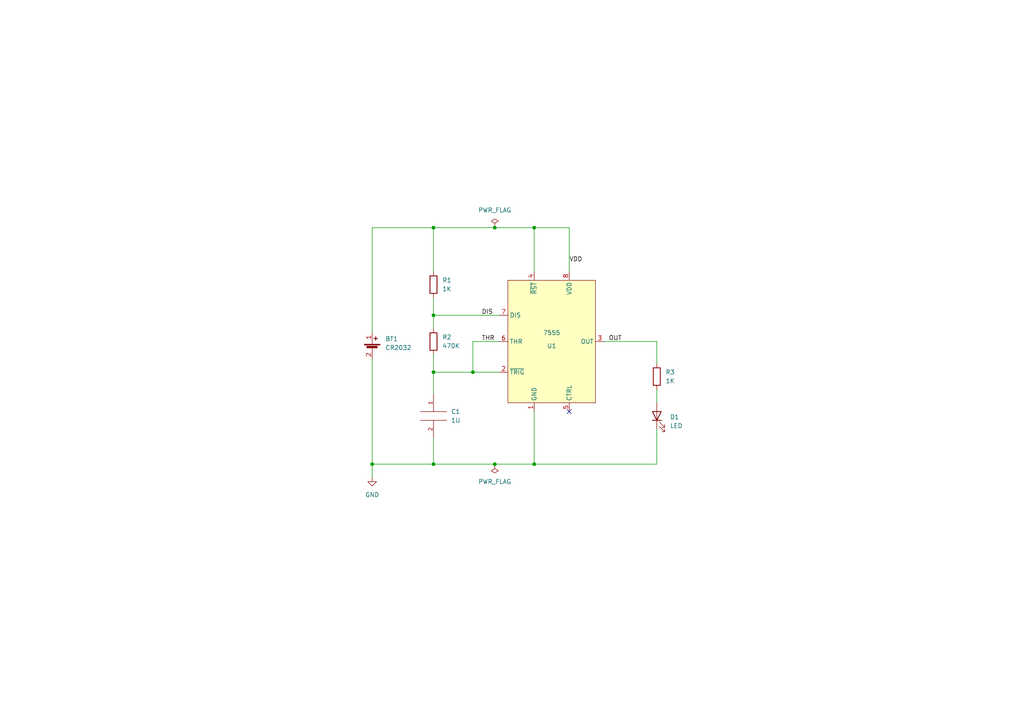
<source format=kicad_sch>
(kicad_sch (version 20211123) (generator eeschema)

  (uuid 503025eb-0d97-4cd9-9dcd-c73fd850fc73)

  (paper "A4")

  (lib_symbols
    (symbol "Device:Battery_Cell" (pin_names (offset 0) hide) (in_bom yes) (on_board yes)
      (property "Reference" "BT" (id 0) (at 2.54 2.54 0)
        (effects (font (size 1.27 1.27)) (justify left))
      )
      (property "Value" "Battery_Cell" (id 1) (at 2.54 0 0)
        (effects (font (size 1.27 1.27)) (justify left))
      )
      (property "Footprint" "" (id 2) (at 0 1.524 90)
        (effects (font (size 1.27 1.27)) hide)
      )
      (property "Datasheet" "~" (id 3) (at 0 1.524 90)
        (effects (font (size 1.27 1.27)) hide)
      )
      (property "ki_keywords" "battery cell" (id 4) (at 0 0 0)
        (effects (font (size 1.27 1.27)) hide)
      )
      (property "ki_description" "Single-cell battery" (id 5) (at 0 0 0)
        (effects (font (size 1.27 1.27)) hide)
      )
      (symbol "Battery_Cell_0_1"
        (rectangle (start -2.286 1.778) (end 2.286 1.524)
          (stroke (width 0) (type default) (color 0 0 0 0))
          (fill (type outline))
        )
        (rectangle (start -1.5748 1.1938) (end 1.4732 0.6858)
          (stroke (width 0) (type default) (color 0 0 0 0))
          (fill (type outline))
        )
        (polyline
          (pts
            (xy 0 0.762)
            (xy 0 0)
          )
          (stroke (width 0) (type default) (color 0 0 0 0))
          (fill (type none))
        )
        (polyline
          (pts
            (xy 0 1.778)
            (xy 0 2.54)
          )
          (stroke (width 0) (type default) (color 0 0 0 0))
          (fill (type none))
        )
        (polyline
          (pts
            (xy 0.508 3.429)
            (xy 1.524 3.429)
          )
          (stroke (width 0.254) (type default) (color 0 0 0 0))
          (fill (type none))
        )
        (polyline
          (pts
            (xy 1.016 3.937)
            (xy 1.016 2.921)
          )
          (stroke (width 0.254) (type default) (color 0 0 0 0))
          (fill (type none))
        )
      )
      (symbol "Battery_Cell_1_1"
        (pin passive line (at 0 5.08 270) (length 2.54)
          (name "+" (effects (font (size 1.27 1.27))))
          (number "1" (effects (font (size 1.27 1.27))))
        )
        (pin passive line (at 0 -2.54 90) (length 2.54)
          (name "-" (effects (font (size 1.27 1.27))))
          (number "2" (effects (font (size 1.27 1.27))))
        )
      )
    )
    (symbol "Device:LED" (pin_numbers hide) (pin_names (offset 1.016) hide) (in_bom yes) (on_board yes)
      (property "Reference" "D" (id 0) (at 0 2.54 0)
        (effects (font (size 1.27 1.27)))
      )
      (property "Value" "LED" (id 1) (at 0 -2.54 0)
        (effects (font (size 1.27 1.27)))
      )
      (property "Footprint" "" (id 2) (at 0 0 0)
        (effects (font (size 1.27 1.27)) hide)
      )
      (property "Datasheet" "~" (id 3) (at 0 0 0)
        (effects (font (size 1.27 1.27)) hide)
      )
      (property "ki_keywords" "LED diode" (id 4) (at 0 0 0)
        (effects (font (size 1.27 1.27)) hide)
      )
      (property "ki_description" "Light emitting diode" (id 5) (at 0 0 0)
        (effects (font (size 1.27 1.27)) hide)
      )
      (property "ki_fp_filters" "LED* LED_SMD:* LED_THT:*" (id 6) (at 0 0 0)
        (effects (font (size 1.27 1.27)) hide)
      )
      (symbol "LED_0_1"
        (polyline
          (pts
            (xy -1.27 -1.27)
            (xy -1.27 1.27)
          )
          (stroke (width 0.254) (type default) (color 0 0 0 0))
          (fill (type none))
        )
        (polyline
          (pts
            (xy -1.27 0)
            (xy 1.27 0)
          )
          (stroke (width 0) (type default) (color 0 0 0 0))
          (fill (type none))
        )
        (polyline
          (pts
            (xy 1.27 -1.27)
            (xy 1.27 1.27)
            (xy -1.27 0)
            (xy 1.27 -1.27)
          )
          (stroke (width 0.254) (type default) (color 0 0 0 0))
          (fill (type none))
        )
        (polyline
          (pts
            (xy -3.048 -0.762)
            (xy -4.572 -2.286)
            (xy -3.81 -2.286)
            (xy -4.572 -2.286)
            (xy -4.572 -1.524)
          )
          (stroke (width 0) (type default) (color 0 0 0 0))
          (fill (type none))
        )
        (polyline
          (pts
            (xy -1.778 -0.762)
            (xy -3.302 -2.286)
            (xy -2.54 -2.286)
            (xy -3.302 -2.286)
            (xy -3.302 -1.524)
          )
          (stroke (width 0) (type default) (color 0 0 0 0))
          (fill (type none))
        )
      )
      (symbol "LED_1_1"
        (pin passive line (at -3.81 0 0) (length 2.54)
          (name "K" (effects (font (size 1.27 1.27))))
          (number "1" (effects (font (size 1.27 1.27))))
        )
        (pin passive line (at 3.81 0 180) (length 2.54)
          (name "A" (effects (font (size 1.27 1.27))))
          (number "2" (effects (font (size 1.27 1.27))))
        )
      )
    )
    (symbol "Device:R" (pin_numbers hide) (pin_names (offset 0)) (in_bom yes) (on_board yes)
      (property "Reference" "R" (id 0) (at 2.032 0 90)
        (effects (font (size 1.27 1.27)))
      )
      (property "Value" "R" (id 1) (at 0 0 90)
        (effects (font (size 1.27 1.27)))
      )
      (property "Footprint" "" (id 2) (at -1.778 0 90)
        (effects (font (size 1.27 1.27)) hide)
      )
      (property "Datasheet" "~" (id 3) (at 0 0 0)
        (effects (font (size 1.27 1.27)) hide)
      )
      (property "ki_keywords" "R res resistor" (id 4) (at 0 0 0)
        (effects (font (size 1.27 1.27)) hide)
      )
      (property "ki_description" "Resistor" (id 5) (at 0 0 0)
        (effects (font (size 1.27 1.27)) hide)
      )
      (property "ki_fp_filters" "R_*" (id 6) (at 0 0 0)
        (effects (font (size 1.27 1.27)) hide)
      )
      (symbol "R_0_1"
        (rectangle (start -1.016 -2.54) (end 1.016 2.54)
          (stroke (width 0.254) (type default) (color 0 0 0 0))
          (fill (type none))
        )
      )
      (symbol "R_1_1"
        (pin passive line (at 0 3.81 270) (length 1.27)
          (name "~" (effects (font (size 1.27 1.27))))
          (number "1" (effects (font (size 1.27 1.27))))
        )
        (pin passive line (at 0 -3.81 90) (length 1.27)
          (name "~" (effects (font (size 1.27 1.27))))
          (number "2" (effects (font (size 1.27 1.27))))
        )
      )
    )
    (symbol "GTB5:7555" (in_bom yes) (on_board yes)
      (property "Reference" "U" (id 0) (at 0 0 0)
        (effects (font (size 1.27 1.27)))
      )
      (property "Value" "7555" (id 1) (at 0 2.54 0)
        (effects (font (size 1.27 1.27)))
      )
      (property "Footprint" "" (id 2) (at 0 0 0)
        (effects (font (size 1.27 1.27)) hide)
      )
      (property "Datasheet" "" (id 3) (at 0 0 0)
        (effects (font (size 1.27 1.27)) hide)
      )
      (symbol "7555_0_1"
        (rectangle (start -12.7 17.78) (end 12.7 -17.78)
          (stroke (width 0) (type default) (color 0 0 0 0))
          (fill (type background))
        )
      )
      (symbol "7555_1_1"
        (pin power_in line (at -5.08 -20.32 90) (length 2.54)
          (name "GND" (effects (font (size 1.27 1.27))))
          (number "1" (effects (font (size 1.27 1.27))))
        )
        (pin input line (at -15.24 -8.89 0) (length 2.54)
          (name "~{TRIG}" (effects (font (size 1.27 1.27))))
          (number "2" (effects (font (size 1.27 1.27))))
        )
        (pin output line (at 15.24 0 180) (length 2.54)
          (name "OUT" (effects (font (size 1.27 1.27))))
          (number "3" (effects (font (size 1.27 1.27))))
        )
        (pin input line (at -5.08 20.32 270) (length 2.54)
          (name "~{RST}" (effects (font (size 1.27 1.27))))
          (number "4" (effects (font (size 1.27 1.27))))
        )
        (pin input line (at 5.08 -20.32 90) (length 2.54)
          (name "CTRL" (effects (font (size 1.27 1.27))))
          (number "5" (effects (font (size 1.27 1.27))))
        )
        (pin input line (at -15.24 0 0) (length 2.54)
          (name "THR" (effects (font (size 1.27 1.27))))
          (number "6" (effects (font (size 1.27 1.27))))
        )
        (pin input line (at -15.24 7.62 0) (length 2.54)
          (name "DIS" (effects (font (size 1.27 1.27))))
          (number "7" (effects (font (size 1.27 1.27))))
        )
        (pin power_in line (at 5.08 20.32 270) (length 2.54)
          (name "VDD" (effects (font (size 1.27 1.27))))
          (number "8" (effects (font (size 1.27 1.27))))
        )
      )
    )
    (symbol "power:GND" (power) (pin_names (offset 0)) (in_bom yes) (on_board yes)
      (property "Reference" "#PWR" (id 0) (at 0 -6.35 0)
        (effects (font (size 1.27 1.27)) hide)
      )
      (property "Value" "GND" (id 1) (at 0 -3.81 0)
        (effects (font (size 1.27 1.27)))
      )
      (property "Footprint" "" (id 2) (at 0 0 0)
        (effects (font (size 1.27 1.27)) hide)
      )
      (property "Datasheet" "" (id 3) (at 0 0 0)
        (effects (font (size 1.27 1.27)) hide)
      )
      (property "ki_keywords" "power-flag" (id 4) (at 0 0 0)
        (effects (font (size 1.27 1.27)) hide)
      )
      (property "ki_description" "Power symbol creates a global label with name \"GND\" , ground" (id 5) (at 0 0 0)
        (effects (font (size 1.27 1.27)) hide)
      )
      (symbol "GND_0_1"
        (polyline
          (pts
            (xy 0 0)
            (xy 0 -1.27)
            (xy 1.27 -1.27)
            (xy 0 -2.54)
            (xy -1.27 -1.27)
            (xy 0 -1.27)
          )
          (stroke (width 0) (type default) (color 0 0 0 0))
          (fill (type none))
        )
      )
      (symbol "GND_1_1"
        (pin power_in line (at 0 0 270) (length 0) hide
          (name "GND" (effects (font (size 1.27 1.27))))
          (number "1" (effects (font (size 1.27 1.27))))
        )
      )
    )
    (symbol "power:PWR_FLAG" (power) (pin_numbers hide) (pin_names (offset 0) hide) (in_bom yes) (on_board yes)
      (property "Reference" "#FLG" (id 0) (at 0 1.905 0)
        (effects (font (size 1.27 1.27)) hide)
      )
      (property "Value" "PWR_FLAG" (id 1) (at 0 3.81 0)
        (effects (font (size 1.27 1.27)))
      )
      (property "Footprint" "" (id 2) (at 0 0 0)
        (effects (font (size 1.27 1.27)) hide)
      )
      (property "Datasheet" "~" (id 3) (at 0 0 0)
        (effects (font (size 1.27 1.27)) hide)
      )
      (property "ki_keywords" "power-flag" (id 4) (at 0 0 0)
        (effects (font (size 1.27 1.27)) hide)
      )
      (property "ki_description" "Special symbol for telling ERC where power comes from" (id 5) (at 0 0 0)
        (effects (font (size 1.27 1.27)) hide)
      )
      (symbol "PWR_FLAG_0_0"
        (pin power_out line (at 0 0 90) (length 0)
          (name "pwr" (effects (font (size 1.27 1.27))))
          (number "1" (effects (font (size 1.27 1.27))))
        )
      )
      (symbol "PWR_FLAG_0_1"
        (polyline
          (pts
            (xy 0 0)
            (xy 0 1.27)
            (xy -1.016 1.905)
            (xy 0 2.54)
            (xy 1.016 1.905)
            (xy 0 1.27)
          )
          (stroke (width 0) (type default) (color 0 0 0 0))
          (fill (type none))
        )
      )
    )
    (symbol "pspice:C" (pin_names (offset 0.254)) (in_bom yes) (on_board yes)
      (property "Reference" "C" (id 0) (at 2.54 3.81 90)
        (effects (font (size 1.27 1.27)))
      )
      (property "Value" "C" (id 1) (at 2.54 -3.81 90)
        (effects (font (size 1.27 1.27)))
      )
      (property "Footprint" "" (id 2) (at 0 0 0)
        (effects (font (size 1.27 1.27)) hide)
      )
      (property "Datasheet" "~" (id 3) (at 0 0 0)
        (effects (font (size 1.27 1.27)) hide)
      )
      (property "ki_keywords" "simulation" (id 4) (at 0 0 0)
        (effects (font (size 1.27 1.27)) hide)
      )
      (property "ki_description" "Capacitor symbol for simulation only" (id 5) (at 0 0 0)
        (effects (font (size 1.27 1.27)) hide)
      )
      (symbol "C_0_1"
        (polyline
          (pts
            (xy -3.81 -1.27)
            (xy 3.81 -1.27)
          )
          (stroke (width 0) (type default) (color 0 0 0 0))
          (fill (type none))
        )
        (polyline
          (pts
            (xy -3.81 1.27)
            (xy 3.81 1.27)
          )
          (stroke (width 0) (type default) (color 0 0 0 0))
          (fill (type none))
        )
      )
      (symbol "C_1_1"
        (pin passive line (at 0 6.35 270) (length 5.08)
          (name "~" (effects (font (size 1.016 1.016))))
          (number "1" (effects (font (size 1.016 1.016))))
        )
        (pin passive line (at 0 -6.35 90) (length 5.08)
          (name "~" (effects (font (size 1.016 1.016))))
          (number "2" (effects (font (size 1.016 1.016))))
        )
      )
    )
  )


  (junction (at 143.51 134.62) (diameter 0) (color 0 0 0 0)
    (uuid 00348088-680f-4853-84da-33ee2334c1fe)
  )
  (junction (at 125.73 91.44) (diameter 0) (color 0 0 0 0)
    (uuid 07deeab4-8e77-4d91-b978-9942e81c1459)
  )
  (junction (at 125.73 66.04) (diameter 0) (color 0 0 0 0)
    (uuid 0b1011f9-9fc2-4efe-af45-c12985423eba)
  )
  (junction (at 154.94 134.62) (diameter 0) (color 0 0 0 0)
    (uuid 0c13e1a0-baaf-446c-9035-2dbaf8b9699e)
  )
  (junction (at 125.73 107.95) (diameter 0) (color 0 0 0 0)
    (uuid 5a1b04b9-abf8-4d1c-b340-4a5fe9bc18fb)
  )
  (junction (at 137.16 107.95) (diameter 0) (color 0 0 0 0)
    (uuid af1c82b1-b56d-4937-99c9-e9261476e24c)
  )
  (junction (at 107.95 134.62) (diameter 0) (color 0 0 0 0)
    (uuid c0b7de3b-eb86-4243-9064-6dc42a53c715)
  )
  (junction (at 143.51 66.04) (diameter 0) (color 0 0 0 0)
    (uuid dce07b84-d98e-4178-804a-699c51571323)
  )
  (junction (at 154.94 66.04) (diameter 0) (color 0 0 0 0)
    (uuid e1913ef5-b8f5-431f-8ae5-cab83bc776a8)
  )
  (junction (at 125.73 134.62) (diameter 0) (color 0 0 0 0)
    (uuid e4f86102-950a-4ff0-9ce5-acc6a81d9a86)
  )

  (no_connect (at 165.1 119.38) (uuid 2c309dbe-c4b0-4196-b96d-d4fef7a7d071))

  (wire (pts (xy 107.95 134.62) (xy 125.73 134.62))
    (stroke (width 0) (type default) (color 0 0 0 0))
    (uuid 05dcb76b-e8bc-4884-a66f-584f509c79ed)
  )
  (wire (pts (xy 125.73 107.95) (xy 125.73 114.3))
    (stroke (width 0) (type default) (color 0 0 0 0))
    (uuid 0dbbf8a1-4fb3-45e5-9508-4cd620ad3428)
  )
  (wire (pts (xy 144.78 99.06) (xy 137.16 99.06))
    (stroke (width 0) (type default) (color 0 0 0 0))
    (uuid 17676476-20e4-4345-95b9-3ef2fe9de1a9)
  )
  (wire (pts (xy 143.51 134.62) (xy 154.94 134.62))
    (stroke (width 0) (type default) (color 0 0 0 0))
    (uuid 1b3d5cad-629e-4c42-87e7-0cb6118252ac)
  )
  (wire (pts (xy 125.73 102.87) (xy 125.73 107.95))
    (stroke (width 0) (type default) (color 0 0 0 0))
    (uuid 1f5bd0cd-d9cf-4a01-a0a5-69c02bcb60b2)
  )
  (wire (pts (xy 190.5 113.03) (xy 190.5 116.84))
    (stroke (width 0) (type default) (color 0 0 0 0))
    (uuid 24f687e5-5a8a-4df9-bf19-9832beced8d9)
  )
  (wire (pts (xy 154.94 119.38) (xy 154.94 134.62))
    (stroke (width 0) (type default) (color 0 0 0 0))
    (uuid 25bff84d-0da8-48d6-a153-73e5e3fd010e)
  )
  (wire (pts (xy 154.94 66.04) (xy 165.1 66.04))
    (stroke (width 0) (type default) (color 0 0 0 0))
    (uuid 26f10eb6-6146-4a4a-b822-210168e8e82f)
  )
  (wire (pts (xy 125.73 107.95) (xy 137.16 107.95))
    (stroke (width 0) (type default) (color 0 0 0 0))
    (uuid 2824478d-ab16-459e-82f7-d68a6d0a02e4)
  )
  (wire (pts (xy 165.1 66.04) (xy 165.1 78.74))
    (stroke (width 0) (type default) (color 0 0 0 0))
    (uuid 4bcd225f-ba57-4055-919c-23ece24b0473)
  )
  (wire (pts (xy 143.51 66.04) (xy 154.94 66.04))
    (stroke (width 0) (type default) (color 0 0 0 0))
    (uuid 4d7e671b-2da9-4bdb-9cfc-21dc4e8c0a3f)
  )
  (wire (pts (xy 125.73 66.04) (xy 125.73 78.74))
    (stroke (width 0) (type default) (color 0 0 0 0))
    (uuid 59110be3-1e2a-4729-8335-2eab29442342)
  )
  (wire (pts (xy 137.16 107.95) (xy 144.78 107.95))
    (stroke (width 0) (type default) (color 0 0 0 0))
    (uuid 66385731-517c-49e2-9df2-6385f8c7808e)
  )
  (wire (pts (xy 125.73 86.36) (xy 125.73 91.44))
    (stroke (width 0) (type default) (color 0 0 0 0))
    (uuid 676239b6-93aa-48db-83a1-3ac4bfc4b625)
  )
  (wire (pts (xy 125.73 134.62) (xy 143.51 134.62))
    (stroke (width 0) (type default) (color 0 0 0 0))
    (uuid 71b6412b-2616-4fa2-b6d2-8f0b7718f280)
  )
  (wire (pts (xy 154.94 66.04) (xy 154.94 78.74))
    (stroke (width 0) (type default) (color 0 0 0 0))
    (uuid 7ce0d7f0-2e13-4b80-95c2-bc2b1a8c9605)
  )
  (wire (pts (xy 125.73 91.44) (xy 144.78 91.44))
    (stroke (width 0) (type default) (color 0 0 0 0))
    (uuid 8fe13674-9c6b-4d04-93e0-57b503af946c)
  )
  (wire (pts (xy 107.95 104.14) (xy 107.95 134.62))
    (stroke (width 0) (type default) (color 0 0 0 0))
    (uuid a4ae679d-1cac-4f47-9f4f-a2947ca6a9ca)
  )
  (wire (pts (xy 137.16 99.06) (xy 137.16 107.95))
    (stroke (width 0) (type default) (color 0 0 0 0))
    (uuid a8d39172-92c6-4ecd-8c39-721e16fc0d55)
  )
  (wire (pts (xy 190.5 124.46) (xy 190.5 134.62))
    (stroke (width 0) (type default) (color 0 0 0 0))
    (uuid ab0fd11b-5511-4f34-80af-26c1ed6ab75a)
  )
  (wire (pts (xy 154.94 134.62) (xy 190.5 134.62))
    (stroke (width 0) (type default) (color 0 0 0 0))
    (uuid b1ea06c4-08d9-4293-a152-cc760b2d3521)
  )
  (wire (pts (xy 190.5 99.06) (xy 190.5 105.41))
    (stroke (width 0) (type default) (color 0 0 0 0))
    (uuid c818ff9e-f451-4932-a4db-42bc9cb37add)
  )
  (wire (pts (xy 107.95 134.62) (xy 107.95 138.43))
    (stroke (width 0) (type default) (color 0 0 0 0))
    (uuid cce28ff9-558d-4464-8c2f-db59d36c4aff)
  )
  (wire (pts (xy 107.95 66.04) (xy 125.73 66.04))
    (stroke (width 0) (type default) (color 0 0 0 0))
    (uuid cd3afc22-ba49-447a-8bff-0e0fef41de8d)
  )
  (wire (pts (xy 107.95 96.52) (xy 107.95 66.04))
    (stroke (width 0) (type default) (color 0 0 0 0))
    (uuid cf4aaa76-9ea9-43c4-9340-1f21c9c41d46)
  )
  (wire (pts (xy 175.26 99.06) (xy 190.5 99.06))
    (stroke (width 0) (type default) (color 0 0 0 0))
    (uuid d4a2fbe2-6e53-4f9a-a78f-16439337c900)
  )
  (wire (pts (xy 125.73 127) (xy 125.73 134.62))
    (stroke (width 0) (type default) (color 0 0 0 0))
    (uuid db006763-6585-4d17-8e3a-96576f8acd11)
  )
  (wire (pts (xy 125.73 91.44) (xy 125.73 95.25))
    (stroke (width 0) (type default) (color 0 0 0 0))
    (uuid e1c65d91-d5c8-4c33-bb6e-3d187ac37fd9)
  )
  (wire (pts (xy 125.73 66.04) (xy 143.51 66.04))
    (stroke (width 0) (type default) (color 0 0 0 0))
    (uuid f14270c0-2984-47ed-837f-4cb2f070ea40)
  )

  (label "VDD" (at 165.1 76.2 0)
    (effects (font (size 1.27 1.27)) (justify left bottom))
    (uuid 47beca76-4bc8-478d-94cd-6063b236a5ec)
  )
  (label "THR" (at 139.7 99.06 0)
    (effects (font (size 1.27 1.27)) (justify left bottom))
    (uuid c26e0c4c-efe6-4f5e-80f9-326fbd92b8dd)
  )
  (label "OUT" (at 176.53 99.06 0)
    (effects (font (size 1.27 1.27)) (justify left bottom))
    (uuid e06fe675-4891-49b9-b3af-2d5708c2d1bc)
  )
  (label "DIS" (at 139.7 91.44 0)
    (effects (font (size 1.27 1.27)) (justify left bottom))
    (uuid e633b61a-0bf2-4d1f-aad2-22055718ac4c)
  )

  (symbol (lib_id "power:GND") (at 107.95 138.43 0) (unit 1)
    (in_bom yes) (on_board yes) (fields_autoplaced)
    (uuid 332e6025-b841-493d-823d-8bc4662c56c1)
    (property "Reference" "#PWR0101" (id 0) (at 107.95 144.78 0)
      (effects (font (size 1.27 1.27)) hide)
    )
    (property "Value" "GND" (id 1) (at 107.95 143.51 0))
    (property "Footprint" "" (id 2) (at 107.95 138.43 0)
      (effects (font (size 1.27 1.27)) hide)
    )
    (property "Datasheet" "" (id 3) (at 107.95 138.43 0)
      (effects (font (size 1.27 1.27)) hide)
    )
    (pin "1" (uuid b5f7fd24-4641-4dc4-a037-bffd547c4d96))
  )

  (symbol (lib_id "Device:R") (at 190.5 109.22 0) (unit 1)
    (in_bom yes) (on_board yes) (fields_autoplaced)
    (uuid 33e1c432-0258-4b6d-8b47-1b65b497d934)
    (property "Reference" "R3" (id 0) (at 193.04 107.9499 0)
      (effects (font (size 1.27 1.27)) (justify left))
    )
    (property "Value" "1K" (id 1) (at 193.04 110.4899 0)
      (effects (font (size 1.27 1.27)) (justify left))
    )
    (property "Footprint" "Resistor_SMD:R_0805_2012Metric_Pad1.20x1.40mm_HandSolder" (id 2) (at 188.722 109.22 90)
      (effects (font (size 1.27 1.27)) hide)
    )
    (property "Datasheet" "~" (id 3) (at 190.5 109.22 0)
      (effects (font (size 1.27 1.27)) hide)
    )
    (pin "1" (uuid 8fff4854-feca-4d9e-9e80-1bc5510349cb))
    (pin "2" (uuid 73f914d8-90f0-4882-8299-973b829a785a))
  )

  (symbol (lib_id "Device:R") (at 125.73 82.55 0) (unit 1)
    (in_bom yes) (on_board yes) (fields_autoplaced)
    (uuid 53d42718-bd9a-42fc-8666-36e27f8e48ff)
    (property "Reference" "R1" (id 0) (at 128.27 81.2799 0)
      (effects (font (size 1.27 1.27)) (justify left))
    )
    (property "Value" "1K" (id 1) (at 128.27 83.8199 0)
      (effects (font (size 1.27 1.27)) (justify left))
    )
    (property "Footprint" "Resistor_SMD:R_0805_2012Metric_Pad1.20x1.40mm_HandSolder" (id 2) (at 123.952 82.55 90)
      (effects (font (size 1.27 1.27)) hide)
    )
    (property "Datasheet" "~" (id 3) (at 125.73 82.55 0)
      (effects (font (size 1.27 1.27)) hide)
    )
    (pin "1" (uuid 11467a0e-4735-41be-9205-58945fe25035))
    (pin "2" (uuid 7c3a11e6-9396-424f-adca-ce8b7c802cae))
  )

  (symbol (lib_id "power:PWR_FLAG") (at 143.51 134.62 180) (unit 1)
    (in_bom yes) (on_board yes) (fields_autoplaced)
    (uuid 61e7c3ea-1893-4393-bd39-74056c73b123)
    (property "Reference" "#FLG0101" (id 0) (at 143.51 136.525 0)
      (effects (font (size 1.27 1.27)) hide)
    )
    (property "Value" "PWR_FLAG" (id 1) (at 143.51 139.7 0))
    (property "Footprint" "" (id 2) (at 143.51 134.62 0)
      (effects (font (size 1.27 1.27)) hide)
    )
    (property "Datasheet" "~" (id 3) (at 143.51 134.62 0)
      (effects (font (size 1.27 1.27)) hide)
    )
    (pin "1" (uuid 4605de68-3565-4975-ba53-0a2ed45f4858))
  )

  (symbol (lib_id "Device:R") (at 125.73 99.06 0) (unit 1)
    (in_bom yes) (on_board yes) (fields_autoplaced)
    (uuid 63121c95-14b5-4c7d-85c8-a2a93c53d96a)
    (property "Reference" "R2" (id 0) (at 128.27 97.7899 0)
      (effects (font (size 1.27 1.27)) (justify left))
    )
    (property "Value" "470K" (id 1) (at 128.27 100.3299 0)
      (effects (font (size 1.27 1.27)) (justify left))
    )
    (property "Footprint" "Resistor_SMD:R_0805_2012Metric_Pad1.20x1.40mm_HandSolder" (id 2) (at 123.952 99.06 90)
      (effects (font (size 1.27 1.27)) hide)
    )
    (property "Datasheet" "~" (id 3) (at 125.73 99.06 0)
      (effects (font (size 1.27 1.27)) hide)
    )
    (pin "1" (uuid 0231a14c-ca05-4a8f-b6c8-91f2392c81cf))
    (pin "2" (uuid f0963bb5-fd3d-4568-b2b5-721142c90b7f))
  )

  (symbol (lib_id "Device:LED") (at 190.5 120.65 90) (unit 1)
    (in_bom yes) (on_board yes) (fields_autoplaced)
    (uuid 69cc0c64-c6d8-4e83-89d6-e030dc5ec7fc)
    (property "Reference" "D1" (id 0) (at 194.31 120.9674 90)
      (effects (font (size 1.27 1.27)) (justify right))
    )
    (property "Value" "LED" (id 1) (at 194.31 123.5074 90)
      (effects (font (size 1.27 1.27)) (justify right))
    )
    (property "Footprint" "LED_SMD:LED_0805_2012Metric_Pad1.15x1.40mm_HandSolder" (id 2) (at 190.5 120.65 0)
      (effects (font (size 1.27 1.27)) hide)
    )
    (property "Datasheet" "~" (id 3) (at 190.5 120.65 0)
      (effects (font (size 1.27 1.27)) hide)
    )
    (pin "1" (uuid 7ee953b6-33ba-4f9c-b4d5-6e79af01233e))
    (pin "2" (uuid d4914623-42a2-484b-a7c6-b739fedd4646))
  )

  (symbol (lib_id "Device:Battery_Cell") (at 107.95 101.6 0) (unit 1)
    (in_bom yes) (on_board yes) (fields_autoplaced)
    (uuid 783f405f-e271-49ac-b1fa-a611f67a5459)
    (property "Reference" "BT1" (id 0) (at 111.76 98.2979 0)
      (effects (font (size 1.27 1.27)) (justify left))
    )
    (property "Value" "CR2032" (id 1) (at 111.76 100.8379 0)
      (effects (font (size 1.27 1.27)) (justify left))
    )
    (property "Footprint" "GettingToBlink5:S8211-46R" (id 2) (at 107.95 100.076 90)
      (effects (font (size 1.27 1.27)) hide)
    )
    (property "Datasheet" "~" (id 3) (at 107.95 100.076 90)
      (effects (font (size 1.27 1.27)) hide)
    )
    (pin "1" (uuid 2bf73654-48d1-489f-a164-43a39e8c7abb))
    (pin "2" (uuid 16d3d56b-4993-4975-9e17-db7633339731))
  )

  (symbol (lib_id "pspice:C") (at 125.73 120.65 0) (unit 1)
    (in_bom yes) (on_board yes) (fields_autoplaced)
    (uuid abd66185-00fb-4421-83a6-0cb4fb33631d)
    (property "Reference" "C1" (id 0) (at 130.81 119.3799 0)
      (effects (font (size 1.27 1.27)) (justify left))
    )
    (property "Value" "1U" (id 1) (at 130.81 121.9199 0)
      (effects (font (size 1.27 1.27)) (justify left))
    )
    (property "Footprint" "Capacitor_SMD:C_0805_2012Metric_Pad1.18x1.45mm_HandSolder" (id 2) (at 125.73 120.65 0)
      (effects (font (size 1.27 1.27)) hide)
    )
    (property "Datasheet" "~" (id 3) (at 125.73 120.65 0)
      (effects (font (size 1.27 1.27)) hide)
    )
    (pin "1" (uuid 50cc1ade-a111-4187-9013-b32fc1a3c26a))
    (pin "2" (uuid d621a612-8bfc-40b1-b43f-e3ab6d483888))
  )

  (symbol (lib_id "power:PWR_FLAG") (at 143.51 66.04 0) (unit 1)
    (in_bom yes) (on_board yes) (fields_autoplaced)
    (uuid e70b6d6f-bda6-4160-b734-fade298ef6f7)
    (property "Reference" "#FLG0102" (id 0) (at 143.51 64.135 0)
      (effects (font (size 1.27 1.27)) hide)
    )
    (property "Value" "PWR_FLAG" (id 1) (at 143.51 60.96 0))
    (property "Footprint" "" (id 2) (at 143.51 66.04 0)
      (effects (font (size 1.27 1.27)) hide)
    )
    (property "Datasheet" "~" (id 3) (at 143.51 66.04 0)
      (effects (font (size 1.27 1.27)) hide)
    )
    (pin "1" (uuid 3db58203-5700-4306-9630-39b535a0c3b6))
  )

  (symbol (lib_id "GTB5:7555") (at 160.02 99.06 0) (unit 1)
    (in_bom yes) (on_board yes)
    (uuid f4fff82c-4ba0-467e-b233-41db593a2362)
    (property "Reference" "U1" (id 0) (at 160.02 100.33 0))
    (property "Value" "7555" (id 1) (at 160.02 96.52 0))
    (property "Footprint" "Package_SO:SOIC-8_3.9x4.9mm_P1.27mm" (id 2) (at 160.02 99.06 0)
      (effects (font (size 1.27 1.27)) hide)
    )
    (property "Datasheet" "" (id 3) (at 160.02 99.06 0)
      (effects (font (size 1.27 1.27)) hide)
    )
    (pin "1" (uuid f0d008c5-5772-4b65-9370-f78164d204f6))
    (pin "2" (uuid 4ff431d9-3812-4aa0-b80c-f6167cc57db6))
    (pin "3" (uuid 80a23231-8645-4300-9d72-bfbe5fba74e0))
    (pin "4" (uuid 38390341-6bfc-40ea-91e4-ec5a79ead0d9))
    (pin "5" (uuid 853bbdb5-b2d3-464f-bb0f-b41d6b00171f))
    (pin "6" (uuid c5e0bc3f-6c0f-477c-b0f0-0ef3354cb6fb))
    (pin "7" (uuid f9ec5bc9-bdeb-4767-89ea-515631f6522a))
    (pin "8" (uuid 80d69c17-c69b-4118-aa12-9b0ca9063c5b))
  )

  (sheet_instances
    (path "/" (page "1"))
  )

  (symbol_instances
    (path "/61e7c3ea-1893-4393-bd39-74056c73b123"
      (reference "#FLG0101") (unit 1) (value "PWR_FLAG") (footprint "")
    )
    (path "/e70b6d6f-bda6-4160-b734-fade298ef6f7"
      (reference "#FLG0102") (unit 1) (value "PWR_FLAG") (footprint "")
    )
    (path "/332e6025-b841-493d-823d-8bc4662c56c1"
      (reference "#PWR0101") (unit 1) (value "GND") (footprint "")
    )
    (path "/783f405f-e271-49ac-b1fa-a611f67a5459"
      (reference "BT1") (unit 1) (value "CR2032") (footprint "GettingToBlink5:S8211-46R")
    )
    (path "/abd66185-00fb-4421-83a6-0cb4fb33631d"
      (reference "C1") (unit 1) (value "1U") (footprint "Capacitor_SMD:C_0805_2012Metric_Pad1.18x1.45mm_HandSolder")
    )
    (path "/69cc0c64-c6d8-4e83-89d6-e030dc5ec7fc"
      (reference "D1") (unit 1) (value "LED") (footprint "LED_SMD:LED_0805_2012Metric_Pad1.15x1.40mm_HandSolder")
    )
    (path "/53d42718-bd9a-42fc-8666-36e27f8e48ff"
      (reference "R1") (unit 1) (value "1K") (footprint "Resistor_SMD:R_0805_2012Metric_Pad1.20x1.40mm_HandSolder")
    )
    (path "/63121c95-14b5-4c7d-85c8-a2a93c53d96a"
      (reference "R2") (unit 1) (value "470K") (footprint "Resistor_SMD:R_0805_2012Metric_Pad1.20x1.40mm_HandSolder")
    )
    (path "/33e1c432-0258-4b6d-8b47-1b65b497d934"
      (reference "R3") (unit 1) (value "1K") (footprint "Resistor_SMD:R_0805_2012Metric_Pad1.20x1.40mm_HandSolder")
    )
    (path "/f4fff82c-4ba0-467e-b233-41db593a2362"
      (reference "U1") (unit 1) (value "7555") (footprint "Package_SO:SOIC-8_3.9x4.9mm_P1.27mm")
    )
  )
)

</source>
